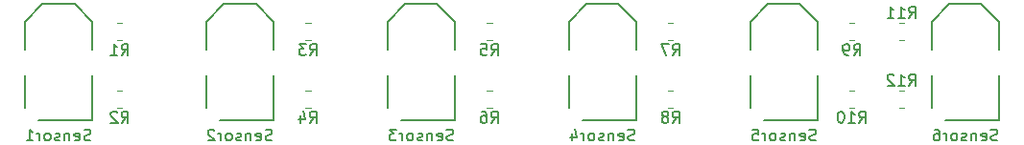
<source format=gbr>
%TF.GenerationSoftware,KiCad,Pcbnew,8.0.5*%
%TF.CreationDate,2024-10-06T17:03:47-03:00*%
%TF.ProjectId,modulo_sensor,6d6f6475-6c6f-45f7-9365-6e736f722e6b,rev?*%
%TF.SameCoordinates,Original*%
%TF.FileFunction,Legend,Bot*%
%TF.FilePolarity,Positive*%
%FSLAX46Y46*%
G04 Gerber Fmt 4.6, Leading zero omitted, Abs format (unit mm)*
G04 Created by KiCad (PCBNEW 8.0.5) date 2024-10-06 17:03:47*
%MOMM*%
%LPD*%
G01*
G04 APERTURE LIST*
%ADD10C,0.150000*%
%ADD11C,0.120000*%
%ADD12C,0.127000*%
G04 APERTURE END LIST*
D10*
X112776649Y-68104819D02*
X113109982Y-67628628D01*
X113348077Y-68104819D02*
X113348077Y-67104819D01*
X113348077Y-67104819D02*
X112967125Y-67104819D01*
X112967125Y-67104819D02*
X112871887Y-67152438D01*
X112871887Y-67152438D02*
X112824268Y-67200057D01*
X112824268Y-67200057D02*
X112776649Y-67295295D01*
X112776649Y-67295295D02*
X112776649Y-67438152D01*
X112776649Y-67438152D02*
X112824268Y-67533390D01*
X112824268Y-67533390D02*
X112871887Y-67581009D01*
X112871887Y-67581009D02*
X112967125Y-67628628D01*
X112967125Y-67628628D02*
X113348077Y-67628628D01*
X112205220Y-67533390D02*
X112300458Y-67485771D01*
X112300458Y-67485771D02*
X112348077Y-67438152D01*
X112348077Y-67438152D02*
X112395696Y-67342914D01*
X112395696Y-67342914D02*
X112395696Y-67295295D01*
X112395696Y-67295295D02*
X112348077Y-67200057D01*
X112348077Y-67200057D02*
X112300458Y-67152438D01*
X112300458Y-67152438D02*
X112205220Y-67104819D01*
X112205220Y-67104819D02*
X112014744Y-67104819D01*
X112014744Y-67104819D02*
X111919506Y-67152438D01*
X111919506Y-67152438D02*
X111871887Y-67200057D01*
X111871887Y-67200057D02*
X111824268Y-67295295D01*
X111824268Y-67295295D02*
X111824268Y-67342914D01*
X111824268Y-67342914D02*
X111871887Y-67438152D01*
X111871887Y-67438152D02*
X111919506Y-67485771D01*
X111919506Y-67485771D02*
X112014744Y-67533390D01*
X112014744Y-67533390D02*
X112205220Y-67533390D01*
X112205220Y-67533390D02*
X112300458Y-67581009D01*
X112300458Y-67581009D02*
X112348077Y-67628628D01*
X112348077Y-67628628D02*
X112395696Y-67723866D01*
X112395696Y-67723866D02*
X112395696Y-67914342D01*
X112395696Y-67914342D02*
X112348077Y-68009580D01*
X112348077Y-68009580D02*
X112300458Y-68057200D01*
X112300458Y-68057200D02*
X112205220Y-68104819D01*
X112205220Y-68104819D02*
X112014744Y-68104819D01*
X112014744Y-68104819D02*
X111919506Y-68057200D01*
X111919506Y-68057200D02*
X111871887Y-68009580D01*
X111871887Y-68009580D02*
X111824268Y-67914342D01*
X111824268Y-67914342D02*
X111824268Y-67723866D01*
X111824268Y-67723866D02*
X111871887Y-67628628D01*
X111871887Y-67628628D02*
X111919506Y-67581009D01*
X111919506Y-67581009D02*
X112014744Y-67533390D01*
X93431097Y-69648913D02*
X93287651Y-69696728D01*
X93287651Y-69696728D02*
X93048573Y-69696728D01*
X93048573Y-69696728D02*
X92952942Y-69648913D01*
X92952942Y-69648913D02*
X92905127Y-69601097D01*
X92905127Y-69601097D02*
X92857311Y-69505466D01*
X92857311Y-69505466D02*
X92857311Y-69409835D01*
X92857311Y-69409835D02*
X92905127Y-69314204D01*
X92905127Y-69314204D02*
X92952942Y-69266388D01*
X92952942Y-69266388D02*
X93048573Y-69218573D01*
X93048573Y-69218573D02*
X93239835Y-69170757D01*
X93239835Y-69170757D02*
X93335466Y-69122942D01*
X93335466Y-69122942D02*
X93383282Y-69075126D01*
X93383282Y-69075126D02*
X93431097Y-68979495D01*
X93431097Y-68979495D02*
X93431097Y-68883864D01*
X93431097Y-68883864D02*
X93383282Y-68788233D01*
X93383282Y-68788233D02*
X93335466Y-68740418D01*
X93335466Y-68740418D02*
X93239835Y-68692602D01*
X93239835Y-68692602D02*
X93000758Y-68692602D01*
X93000758Y-68692602D02*
X92857311Y-68740418D01*
X92044448Y-69648913D02*
X92140079Y-69696728D01*
X92140079Y-69696728D02*
X92331341Y-69696728D01*
X92331341Y-69696728D02*
X92426972Y-69648913D01*
X92426972Y-69648913D02*
X92474787Y-69553281D01*
X92474787Y-69553281D02*
X92474787Y-69170757D01*
X92474787Y-69170757D02*
X92426972Y-69075126D01*
X92426972Y-69075126D02*
X92331341Y-69027311D01*
X92331341Y-69027311D02*
X92140079Y-69027311D01*
X92140079Y-69027311D02*
X92044448Y-69075126D01*
X92044448Y-69075126D02*
X91996632Y-69170757D01*
X91996632Y-69170757D02*
X91996632Y-69266388D01*
X91996632Y-69266388D02*
X92474787Y-69362019D01*
X91566293Y-69027311D02*
X91566293Y-69696728D01*
X91566293Y-69122942D02*
X91518477Y-69075126D01*
X91518477Y-69075126D02*
X91422846Y-69027311D01*
X91422846Y-69027311D02*
X91279400Y-69027311D01*
X91279400Y-69027311D02*
X91183769Y-69075126D01*
X91183769Y-69075126D02*
X91135953Y-69170757D01*
X91135953Y-69170757D02*
X91135953Y-69696728D01*
X90705613Y-69648913D02*
X90609982Y-69696728D01*
X90609982Y-69696728D02*
X90418720Y-69696728D01*
X90418720Y-69696728D02*
X90323089Y-69648913D01*
X90323089Y-69648913D02*
X90275274Y-69553281D01*
X90275274Y-69553281D02*
X90275274Y-69505466D01*
X90275274Y-69505466D02*
X90323089Y-69409835D01*
X90323089Y-69409835D02*
X90418720Y-69362019D01*
X90418720Y-69362019D02*
X90562167Y-69362019D01*
X90562167Y-69362019D02*
X90657798Y-69314204D01*
X90657798Y-69314204D02*
X90705613Y-69218573D01*
X90705613Y-69218573D02*
X90705613Y-69170757D01*
X90705613Y-69170757D02*
X90657798Y-69075126D01*
X90657798Y-69075126D02*
X90562167Y-69027311D01*
X90562167Y-69027311D02*
X90418720Y-69027311D01*
X90418720Y-69027311D02*
X90323089Y-69075126D01*
X89701487Y-69696728D02*
X89797118Y-69648913D01*
X89797118Y-69648913D02*
X89844934Y-69601097D01*
X89844934Y-69601097D02*
X89892749Y-69505466D01*
X89892749Y-69505466D02*
X89892749Y-69218573D01*
X89892749Y-69218573D02*
X89844934Y-69122942D01*
X89844934Y-69122942D02*
X89797118Y-69075126D01*
X89797118Y-69075126D02*
X89701487Y-69027311D01*
X89701487Y-69027311D02*
X89558041Y-69027311D01*
X89558041Y-69027311D02*
X89462410Y-69075126D01*
X89462410Y-69075126D02*
X89414594Y-69122942D01*
X89414594Y-69122942D02*
X89366779Y-69218573D01*
X89366779Y-69218573D02*
X89366779Y-69505466D01*
X89366779Y-69505466D02*
X89414594Y-69601097D01*
X89414594Y-69601097D02*
X89462410Y-69648913D01*
X89462410Y-69648913D02*
X89558041Y-69696728D01*
X89558041Y-69696728D02*
X89701487Y-69696728D01*
X88936439Y-69696728D02*
X88936439Y-69027311D01*
X88936439Y-69218573D02*
X88888623Y-69122942D01*
X88888623Y-69122942D02*
X88840808Y-69075126D01*
X88840808Y-69075126D02*
X88745177Y-69027311D01*
X88745177Y-69027311D02*
X88649546Y-69027311D01*
X88410468Y-68692602D02*
X87788866Y-68692602D01*
X87788866Y-68692602D02*
X88123575Y-69075126D01*
X88123575Y-69075126D02*
X87980128Y-69075126D01*
X87980128Y-69075126D02*
X87884497Y-69122942D01*
X87884497Y-69122942D02*
X87836682Y-69170757D01*
X87836682Y-69170757D02*
X87788866Y-69266388D01*
X87788866Y-69266388D02*
X87788866Y-69505466D01*
X87788866Y-69505466D02*
X87836682Y-69601097D01*
X87836682Y-69601097D02*
X87884497Y-69648913D01*
X87884497Y-69648913D02*
X87980128Y-69696728D01*
X87980128Y-69696728D02*
X88267021Y-69696728D01*
X88267021Y-69696728D02*
X88362652Y-69648913D01*
X88362652Y-69648913D02*
X88410468Y-69601097D01*
X77431097Y-69648913D02*
X77287651Y-69696728D01*
X77287651Y-69696728D02*
X77048573Y-69696728D01*
X77048573Y-69696728D02*
X76952942Y-69648913D01*
X76952942Y-69648913D02*
X76905127Y-69601097D01*
X76905127Y-69601097D02*
X76857311Y-69505466D01*
X76857311Y-69505466D02*
X76857311Y-69409835D01*
X76857311Y-69409835D02*
X76905127Y-69314204D01*
X76905127Y-69314204D02*
X76952942Y-69266388D01*
X76952942Y-69266388D02*
X77048573Y-69218573D01*
X77048573Y-69218573D02*
X77239835Y-69170757D01*
X77239835Y-69170757D02*
X77335466Y-69122942D01*
X77335466Y-69122942D02*
X77383282Y-69075126D01*
X77383282Y-69075126D02*
X77431097Y-68979495D01*
X77431097Y-68979495D02*
X77431097Y-68883864D01*
X77431097Y-68883864D02*
X77383282Y-68788233D01*
X77383282Y-68788233D02*
X77335466Y-68740418D01*
X77335466Y-68740418D02*
X77239835Y-68692602D01*
X77239835Y-68692602D02*
X77000758Y-68692602D01*
X77000758Y-68692602D02*
X76857311Y-68740418D01*
X76044448Y-69648913D02*
X76140079Y-69696728D01*
X76140079Y-69696728D02*
X76331341Y-69696728D01*
X76331341Y-69696728D02*
X76426972Y-69648913D01*
X76426972Y-69648913D02*
X76474787Y-69553281D01*
X76474787Y-69553281D02*
X76474787Y-69170757D01*
X76474787Y-69170757D02*
X76426972Y-69075126D01*
X76426972Y-69075126D02*
X76331341Y-69027311D01*
X76331341Y-69027311D02*
X76140079Y-69027311D01*
X76140079Y-69027311D02*
X76044448Y-69075126D01*
X76044448Y-69075126D02*
X75996632Y-69170757D01*
X75996632Y-69170757D02*
X75996632Y-69266388D01*
X75996632Y-69266388D02*
X76474787Y-69362019D01*
X75566293Y-69027311D02*
X75566293Y-69696728D01*
X75566293Y-69122942D02*
X75518477Y-69075126D01*
X75518477Y-69075126D02*
X75422846Y-69027311D01*
X75422846Y-69027311D02*
X75279400Y-69027311D01*
X75279400Y-69027311D02*
X75183769Y-69075126D01*
X75183769Y-69075126D02*
X75135953Y-69170757D01*
X75135953Y-69170757D02*
X75135953Y-69696728D01*
X74705613Y-69648913D02*
X74609982Y-69696728D01*
X74609982Y-69696728D02*
X74418720Y-69696728D01*
X74418720Y-69696728D02*
X74323089Y-69648913D01*
X74323089Y-69648913D02*
X74275274Y-69553281D01*
X74275274Y-69553281D02*
X74275274Y-69505466D01*
X74275274Y-69505466D02*
X74323089Y-69409835D01*
X74323089Y-69409835D02*
X74418720Y-69362019D01*
X74418720Y-69362019D02*
X74562167Y-69362019D01*
X74562167Y-69362019D02*
X74657798Y-69314204D01*
X74657798Y-69314204D02*
X74705613Y-69218573D01*
X74705613Y-69218573D02*
X74705613Y-69170757D01*
X74705613Y-69170757D02*
X74657798Y-69075126D01*
X74657798Y-69075126D02*
X74562167Y-69027311D01*
X74562167Y-69027311D02*
X74418720Y-69027311D01*
X74418720Y-69027311D02*
X74323089Y-69075126D01*
X73701487Y-69696728D02*
X73797118Y-69648913D01*
X73797118Y-69648913D02*
X73844934Y-69601097D01*
X73844934Y-69601097D02*
X73892749Y-69505466D01*
X73892749Y-69505466D02*
X73892749Y-69218573D01*
X73892749Y-69218573D02*
X73844934Y-69122942D01*
X73844934Y-69122942D02*
X73797118Y-69075126D01*
X73797118Y-69075126D02*
X73701487Y-69027311D01*
X73701487Y-69027311D02*
X73558041Y-69027311D01*
X73558041Y-69027311D02*
X73462410Y-69075126D01*
X73462410Y-69075126D02*
X73414594Y-69122942D01*
X73414594Y-69122942D02*
X73366779Y-69218573D01*
X73366779Y-69218573D02*
X73366779Y-69505466D01*
X73366779Y-69505466D02*
X73414594Y-69601097D01*
X73414594Y-69601097D02*
X73462410Y-69648913D01*
X73462410Y-69648913D02*
X73558041Y-69696728D01*
X73558041Y-69696728D02*
X73701487Y-69696728D01*
X72936439Y-69696728D02*
X72936439Y-69027311D01*
X72936439Y-69218573D02*
X72888623Y-69122942D01*
X72888623Y-69122942D02*
X72840808Y-69075126D01*
X72840808Y-69075126D02*
X72745177Y-69027311D01*
X72745177Y-69027311D02*
X72649546Y-69027311D01*
X72362652Y-68788233D02*
X72314837Y-68740418D01*
X72314837Y-68740418D02*
X72219206Y-68692602D01*
X72219206Y-68692602D02*
X71980128Y-68692602D01*
X71980128Y-68692602D02*
X71884497Y-68740418D01*
X71884497Y-68740418D02*
X71836682Y-68788233D01*
X71836682Y-68788233D02*
X71788866Y-68883864D01*
X71788866Y-68883864D02*
X71788866Y-68979495D01*
X71788866Y-68979495D02*
X71836682Y-69122942D01*
X71836682Y-69122942D02*
X72410468Y-69696728D01*
X72410468Y-69696728D02*
X71788866Y-69696728D01*
X112776649Y-62104819D02*
X113109982Y-61628628D01*
X113348077Y-62104819D02*
X113348077Y-61104819D01*
X113348077Y-61104819D02*
X112967125Y-61104819D01*
X112967125Y-61104819D02*
X112871887Y-61152438D01*
X112871887Y-61152438D02*
X112824268Y-61200057D01*
X112824268Y-61200057D02*
X112776649Y-61295295D01*
X112776649Y-61295295D02*
X112776649Y-61438152D01*
X112776649Y-61438152D02*
X112824268Y-61533390D01*
X112824268Y-61533390D02*
X112871887Y-61581009D01*
X112871887Y-61581009D02*
X112967125Y-61628628D01*
X112967125Y-61628628D02*
X113348077Y-61628628D01*
X112443315Y-61104819D02*
X111776649Y-61104819D01*
X111776649Y-61104819D02*
X112205220Y-62104819D01*
X141431097Y-69648913D02*
X141287651Y-69696728D01*
X141287651Y-69696728D02*
X141048573Y-69696728D01*
X141048573Y-69696728D02*
X140952942Y-69648913D01*
X140952942Y-69648913D02*
X140905127Y-69601097D01*
X140905127Y-69601097D02*
X140857311Y-69505466D01*
X140857311Y-69505466D02*
X140857311Y-69409835D01*
X140857311Y-69409835D02*
X140905127Y-69314204D01*
X140905127Y-69314204D02*
X140952942Y-69266388D01*
X140952942Y-69266388D02*
X141048573Y-69218573D01*
X141048573Y-69218573D02*
X141239835Y-69170757D01*
X141239835Y-69170757D02*
X141335466Y-69122942D01*
X141335466Y-69122942D02*
X141383282Y-69075126D01*
X141383282Y-69075126D02*
X141431097Y-68979495D01*
X141431097Y-68979495D02*
X141431097Y-68883864D01*
X141431097Y-68883864D02*
X141383282Y-68788233D01*
X141383282Y-68788233D02*
X141335466Y-68740418D01*
X141335466Y-68740418D02*
X141239835Y-68692602D01*
X141239835Y-68692602D02*
X141000758Y-68692602D01*
X141000758Y-68692602D02*
X140857311Y-68740418D01*
X140044448Y-69648913D02*
X140140079Y-69696728D01*
X140140079Y-69696728D02*
X140331341Y-69696728D01*
X140331341Y-69696728D02*
X140426972Y-69648913D01*
X140426972Y-69648913D02*
X140474787Y-69553281D01*
X140474787Y-69553281D02*
X140474787Y-69170757D01*
X140474787Y-69170757D02*
X140426972Y-69075126D01*
X140426972Y-69075126D02*
X140331341Y-69027311D01*
X140331341Y-69027311D02*
X140140079Y-69027311D01*
X140140079Y-69027311D02*
X140044448Y-69075126D01*
X140044448Y-69075126D02*
X139996632Y-69170757D01*
X139996632Y-69170757D02*
X139996632Y-69266388D01*
X139996632Y-69266388D02*
X140474787Y-69362019D01*
X139566293Y-69027311D02*
X139566293Y-69696728D01*
X139566293Y-69122942D02*
X139518477Y-69075126D01*
X139518477Y-69075126D02*
X139422846Y-69027311D01*
X139422846Y-69027311D02*
X139279400Y-69027311D01*
X139279400Y-69027311D02*
X139183769Y-69075126D01*
X139183769Y-69075126D02*
X139135953Y-69170757D01*
X139135953Y-69170757D02*
X139135953Y-69696728D01*
X138705613Y-69648913D02*
X138609982Y-69696728D01*
X138609982Y-69696728D02*
X138418720Y-69696728D01*
X138418720Y-69696728D02*
X138323089Y-69648913D01*
X138323089Y-69648913D02*
X138275274Y-69553281D01*
X138275274Y-69553281D02*
X138275274Y-69505466D01*
X138275274Y-69505466D02*
X138323089Y-69409835D01*
X138323089Y-69409835D02*
X138418720Y-69362019D01*
X138418720Y-69362019D02*
X138562167Y-69362019D01*
X138562167Y-69362019D02*
X138657798Y-69314204D01*
X138657798Y-69314204D02*
X138705613Y-69218573D01*
X138705613Y-69218573D02*
X138705613Y-69170757D01*
X138705613Y-69170757D02*
X138657798Y-69075126D01*
X138657798Y-69075126D02*
X138562167Y-69027311D01*
X138562167Y-69027311D02*
X138418720Y-69027311D01*
X138418720Y-69027311D02*
X138323089Y-69075126D01*
X137701487Y-69696728D02*
X137797118Y-69648913D01*
X137797118Y-69648913D02*
X137844934Y-69601097D01*
X137844934Y-69601097D02*
X137892749Y-69505466D01*
X137892749Y-69505466D02*
X137892749Y-69218573D01*
X137892749Y-69218573D02*
X137844934Y-69122942D01*
X137844934Y-69122942D02*
X137797118Y-69075126D01*
X137797118Y-69075126D02*
X137701487Y-69027311D01*
X137701487Y-69027311D02*
X137558041Y-69027311D01*
X137558041Y-69027311D02*
X137462410Y-69075126D01*
X137462410Y-69075126D02*
X137414594Y-69122942D01*
X137414594Y-69122942D02*
X137366779Y-69218573D01*
X137366779Y-69218573D02*
X137366779Y-69505466D01*
X137366779Y-69505466D02*
X137414594Y-69601097D01*
X137414594Y-69601097D02*
X137462410Y-69648913D01*
X137462410Y-69648913D02*
X137558041Y-69696728D01*
X137558041Y-69696728D02*
X137701487Y-69696728D01*
X136936439Y-69696728D02*
X136936439Y-69027311D01*
X136936439Y-69218573D02*
X136888623Y-69122942D01*
X136888623Y-69122942D02*
X136840808Y-69075126D01*
X136840808Y-69075126D02*
X136745177Y-69027311D01*
X136745177Y-69027311D02*
X136649546Y-69027311D01*
X135884497Y-68692602D02*
X136075759Y-68692602D01*
X136075759Y-68692602D02*
X136171390Y-68740418D01*
X136171390Y-68740418D02*
X136219206Y-68788233D01*
X136219206Y-68788233D02*
X136314837Y-68931680D01*
X136314837Y-68931680D02*
X136362652Y-69122942D01*
X136362652Y-69122942D02*
X136362652Y-69505466D01*
X136362652Y-69505466D02*
X136314837Y-69601097D01*
X136314837Y-69601097D02*
X136267021Y-69648913D01*
X136267021Y-69648913D02*
X136171390Y-69696728D01*
X136171390Y-69696728D02*
X135980128Y-69696728D01*
X135980128Y-69696728D02*
X135884497Y-69648913D01*
X135884497Y-69648913D02*
X135836682Y-69601097D01*
X135836682Y-69601097D02*
X135788866Y-69505466D01*
X135788866Y-69505466D02*
X135788866Y-69266388D01*
X135788866Y-69266388D02*
X135836682Y-69170757D01*
X135836682Y-69170757D02*
X135884497Y-69122942D01*
X135884497Y-69122942D02*
X135980128Y-69075126D01*
X135980128Y-69075126D02*
X136171390Y-69075126D01*
X136171390Y-69075126D02*
X136267021Y-69122942D01*
X136267021Y-69122942D02*
X136314837Y-69170757D01*
X136314837Y-69170757D02*
X136362652Y-69266388D01*
X96776649Y-68104819D02*
X97109982Y-67628628D01*
X97348077Y-68104819D02*
X97348077Y-67104819D01*
X97348077Y-67104819D02*
X96967125Y-67104819D01*
X96967125Y-67104819D02*
X96871887Y-67152438D01*
X96871887Y-67152438D02*
X96824268Y-67200057D01*
X96824268Y-67200057D02*
X96776649Y-67295295D01*
X96776649Y-67295295D02*
X96776649Y-67438152D01*
X96776649Y-67438152D02*
X96824268Y-67533390D01*
X96824268Y-67533390D02*
X96871887Y-67581009D01*
X96871887Y-67581009D02*
X96967125Y-67628628D01*
X96967125Y-67628628D02*
X97348077Y-67628628D01*
X95919506Y-67104819D02*
X96109982Y-67104819D01*
X96109982Y-67104819D02*
X96205220Y-67152438D01*
X96205220Y-67152438D02*
X96252839Y-67200057D01*
X96252839Y-67200057D02*
X96348077Y-67342914D01*
X96348077Y-67342914D02*
X96395696Y-67533390D01*
X96395696Y-67533390D02*
X96395696Y-67914342D01*
X96395696Y-67914342D02*
X96348077Y-68009580D01*
X96348077Y-68009580D02*
X96300458Y-68057200D01*
X96300458Y-68057200D02*
X96205220Y-68104819D01*
X96205220Y-68104819D02*
X96014744Y-68104819D01*
X96014744Y-68104819D02*
X95919506Y-68057200D01*
X95919506Y-68057200D02*
X95871887Y-68009580D01*
X95871887Y-68009580D02*
X95824268Y-67914342D01*
X95824268Y-67914342D02*
X95824268Y-67676247D01*
X95824268Y-67676247D02*
X95871887Y-67581009D01*
X95871887Y-67581009D02*
X95919506Y-67533390D01*
X95919506Y-67533390D02*
X96014744Y-67485771D01*
X96014744Y-67485771D02*
X96205220Y-67485771D01*
X96205220Y-67485771D02*
X96300458Y-67533390D01*
X96300458Y-67533390D02*
X96348077Y-67581009D01*
X96348077Y-67581009D02*
X96395696Y-67676247D01*
X80776649Y-62104819D02*
X81109982Y-61628628D01*
X81348077Y-62104819D02*
X81348077Y-61104819D01*
X81348077Y-61104819D02*
X80967125Y-61104819D01*
X80967125Y-61104819D02*
X80871887Y-61152438D01*
X80871887Y-61152438D02*
X80824268Y-61200057D01*
X80824268Y-61200057D02*
X80776649Y-61295295D01*
X80776649Y-61295295D02*
X80776649Y-61438152D01*
X80776649Y-61438152D02*
X80824268Y-61533390D01*
X80824268Y-61533390D02*
X80871887Y-61581009D01*
X80871887Y-61581009D02*
X80967125Y-61628628D01*
X80967125Y-61628628D02*
X81348077Y-61628628D01*
X80443315Y-61104819D02*
X79824268Y-61104819D01*
X79824268Y-61104819D02*
X80157601Y-61485771D01*
X80157601Y-61485771D02*
X80014744Y-61485771D01*
X80014744Y-61485771D02*
X79919506Y-61533390D01*
X79919506Y-61533390D02*
X79871887Y-61581009D01*
X79871887Y-61581009D02*
X79824268Y-61676247D01*
X79824268Y-61676247D02*
X79824268Y-61914342D01*
X79824268Y-61914342D02*
X79871887Y-62009580D01*
X79871887Y-62009580D02*
X79919506Y-62057200D01*
X79919506Y-62057200D02*
X80014744Y-62104819D01*
X80014744Y-62104819D02*
X80300458Y-62104819D01*
X80300458Y-62104819D02*
X80395696Y-62057200D01*
X80395696Y-62057200D02*
X80443315Y-62009580D01*
X129252840Y-68104819D02*
X129586173Y-67628628D01*
X129824268Y-68104819D02*
X129824268Y-67104819D01*
X129824268Y-67104819D02*
X129443316Y-67104819D01*
X129443316Y-67104819D02*
X129348078Y-67152438D01*
X129348078Y-67152438D02*
X129300459Y-67200057D01*
X129300459Y-67200057D02*
X129252840Y-67295295D01*
X129252840Y-67295295D02*
X129252840Y-67438152D01*
X129252840Y-67438152D02*
X129300459Y-67533390D01*
X129300459Y-67533390D02*
X129348078Y-67581009D01*
X129348078Y-67581009D02*
X129443316Y-67628628D01*
X129443316Y-67628628D02*
X129824268Y-67628628D01*
X128300459Y-68104819D02*
X128871887Y-68104819D01*
X128586173Y-68104819D02*
X128586173Y-67104819D01*
X128586173Y-67104819D02*
X128681411Y-67247676D01*
X128681411Y-67247676D02*
X128776649Y-67342914D01*
X128776649Y-67342914D02*
X128871887Y-67390533D01*
X127681411Y-67104819D02*
X127586173Y-67104819D01*
X127586173Y-67104819D02*
X127490935Y-67152438D01*
X127490935Y-67152438D02*
X127443316Y-67200057D01*
X127443316Y-67200057D02*
X127395697Y-67295295D01*
X127395697Y-67295295D02*
X127348078Y-67485771D01*
X127348078Y-67485771D02*
X127348078Y-67723866D01*
X127348078Y-67723866D02*
X127395697Y-67914342D01*
X127395697Y-67914342D02*
X127443316Y-68009580D01*
X127443316Y-68009580D02*
X127490935Y-68057200D01*
X127490935Y-68057200D02*
X127586173Y-68104819D01*
X127586173Y-68104819D02*
X127681411Y-68104819D01*
X127681411Y-68104819D02*
X127776649Y-68057200D01*
X127776649Y-68057200D02*
X127824268Y-68009580D01*
X127824268Y-68009580D02*
X127871887Y-67914342D01*
X127871887Y-67914342D02*
X127919506Y-67723866D01*
X127919506Y-67723866D02*
X127919506Y-67485771D01*
X127919506Y-67485771D02*
X127871887Y-67295295D01*
X127871887Y-67295295D02*
X127824268Y-67200057D01*
X127824268Y-67200057D02*
X127776649Y-67152438D01*
X127776649Y-67152438D02*
X127681411Y-67104819D01*
X64166666Y-68104819D02*
X64499999Y-67628628D01*
X64738094Y-68104819D02*
X64738094Y-67104819D01*
X64738094Y-67104819D02*
X64357142Y-67104819D01*
X64357142Y-67104819D02*
X64261904Y-67152438D01*
X64261904Y-67152438D02*
X64214285Y-67200057D01*
X64214285Y-67200057D02*
X64166666Y-67295295D01*
X64166666Y-67295295D02*
X64166666Y-67438152D01*
X64166666Y-67438152D02*
X64214285Y-67533390D01*
X64214285Y-67533390D02*
X64261904Y-67581009D01*
X64261904Y-67581009D02*
X64357142Y-67628628D01*
X64357142Y-67628628D02*
X64738094Y-67628628D01*
X63785713Y-67200057D02*
X63738094Y-67152438D01*
X63738094Y-67152438D02*
X63642856Y-67104819D01*
X63642856Y-67104819D02*
X63404761Y-67104819D01*
X63404761Y-67104819D02*
X63309523Y-67152438D01*
X63309523Y-67152438D02*
X63261904Y-67200057D01*
X63261904Y-67200057D02*
X63214285Y-67295295D01*
X63214285Y-67295295D02*
X63214285Y-67390533D01*
X63214285Y-67390533D02*
X63261904Y-67533390D01*
X63261904Y-67533390D02*
X63833332Y-68104819D01*
X63833332Y-68104819D02*
X63214285Y-68104819D01*
X96776649Y-62104819D02*
X97109982Y-61628628D01*
X97348077Y-62104819D02*
X97348077Y-61104819D01*
X97348077Y-61104819D02*
X96967125Y-61104819D01*
X96967125Y-61104819D02*
X96871887Y-61152438D01*
X96871887Y-61152438D02*
X96824268Y-61200057D01*
X96824268Y-61200057D02*
X96776649Y-61295295D01*
X96776649Y-61295295D02*
X96776649Y-61438152D01*
X96776649Y-61438152D02*
X96824268Y-61533390D01*
X96824268Y-61533390D02*
X96871887Y-61581009D01*
X96871887Y-61581009D02*
X96967125Y-61628628D01*
X96967125Y-61628628D02*
X97348077Y-61628628D01*
X95871887Y-61104819D02*
X96348077Y-61104819D01*
X96348077Y-61104819D02*
X96395696Y-61581009D01*
X96395696Y-61581009D02*
X96348077Y-61533390D01*
X96348077Y-61533390D02*
X96252839Y-61485771D01*
X96252839Y-61485771D02*
X96014744Y-61485771D01*
X96014744Y-61485771D02*
X95919506Y-61533390D01*
X95919506Y-61533390D02*
X95871887Y-61581009D01*
X95871887Y-61581009D02*
X95824268Y-61676247D01*
X95824268Y-61676247D02*
X95824268Y-61914342D01*
X95824268Y-61914342D02*
X95871887Y-62009580D01*
X95871887Y-62009580D02*
X95919506Y-62057200D01*
X95919506Y-62057200D02*
X96014744Y-62104819D01*
X96014744Y-62104819D02*
X96252839Y-62104819D01*
X96252839Y-62104819D02*
X96348077Y-62057200D01*
X96348077Y-62057200D02*
X96395696Y-62009580D01*
X125431097Y-69648913D02*
X125287651Y-69696728D01*
X125287651Y-69696728D02*
X125048573Y-69696728D01*
X125048573Y-69696728D02*
X124952942Y-69648913D01*
X124952942Y-69648913D02*
X124905127Y-69601097D01*
X124905127Y-69601097D02*
X124857311Y-69505466D01*
X124857311Y-69505466D02*
X124857311Y-69409835D01*
X124857311Y-69409835D02*
X124905127Y-69314204D01*
X124905127Y-69314204D02*
X124952942Y-69266388D01*
X124952942Y-69266388D02*
X125048573Y-69218573D01*
X125048573Y-69218573D02*
X125239835Y-69170757D01*
X125239835Y-69170757D02*
X125335466Y-69122942D01*
X125335466Y-69122942D02*
X125383282Y-69075126D01*
X125383282Y-69075126D02*
X125431097Y-68979495D01*
X125431097Y-68979495D02*
X125431097Y-68883864D01*
X125431097Y-68883864D02*
X125383282Y-68788233D01*
X125383282Y-68788233D02*
X125335466Y-68740418D01*
X125335466Y-68740418D02*
X125239835Y-68692602D01*
X125239835Y-68692602D02*
X125000758Y-68692602D01*
X125000758Y-68692602D02*
X124857311Y-68740418D01*
X124044448Y-69648913D02*
X124140079Y-69696728D01*
X124140079Y-69696728D02*
X124331341Y-69696728D01*
X124331341Y-69696728D02*
X124426972Y-69648913D01*
X124426972Y-69648913D02*
X124474787Y-69553281D01*
X124474787Y-69553281D02*
X124474787Y-69170757D01*
X124474787Y-69170757D02*
X124426972Y-69075126D01*
X124426972Y-69075126D02*
X124331341Y-69027311D01*
X124331341Y-69027311D02*
X124140079Y-69027311D01*
X124140079Y-69027311D02*
X124044448Y-69075126D01*
X124044448Y-69075126D02*
X123996632Y-69170757D01*
X123996632Y-69170757D02*
X123996632Y-69266388D01*
X123996632Y-69266388D02*
X124474787Y-69362019D01*
X123566293Y-69027311D02*
X123566293Y-69696728D01*
X123566293Y-69122942D02*
X123518477Y-69075126D01*
X123518477Y-69075126D02*
X123422846Y-69027311D01*
X123422846Y-69027311D02*
X123279400Y-69027311D01*
X123279400Y-69027311D02*
X123183769Y-69075126D01*
X123183769Y-69075126D02*
X123135953Y-69170757D01*
X123135953Y-69170757D02*
X123135953Y-69696728D01*
X122705613Y-69648913D02*
X122609982Y-69696728D01*
X122609982Y-69696728D02*
X122418720Y-69696728D01*
X122418720Y-69696728D02*
X122323089Y-69648913D01*
X122323089Y-69648913D02*
X122275274Y-69553281D01*
X122275274Y-69553281D02*
X122275274Y-69505466D01*
X122275274Y-69505466D02*
X122323089Y-69409835D01*
X122323089Y-69409835D02*
X122418720Y-69362019D01*
X122418720Y-69362019D02*
X122562167Y-69362019D01*
X122562167Y-69362019D02*
X122657798Y-69314204D01*
X122657798Y-69314204D02*
X122705613Y-69218573D01*
X122705613Y-69218573D02*
X122705613Y-69170757D01*
X122705613Y-69170757D02*
X122657798Y-69075126D01*
X122657798Y-69075126D02*
X122562167Y-69027311D01*
X122562167Y-69027311D02*
X122418720Y-69027311D01*
X122418720Y-69027311D02*
X122323089Y-69075126D01*
X121701487Y-69696728D02*
X121797118Y-69648913D01*
X121797118Y-69648913D02*
X121844934Y-69601097D01*
X121844934Y-69601097D02*
X121892749Y-69505466D01*
X121892749Y-69505466D02*
X121892749Y-69218573D01*
X121892749Y-69218573D02*
X121844934Y-69122942D01*
X121844934Y-69122942D02*
X121797118Y-69075126D01*
X121797118Y-69075126D02*
X121701487Y-69027311D01*
X121701487Y-69027311D02*
X121558041Y-69027311D01*
X121558041Y-69027311D02*
X121462410Y-69075126D01*
X121462410Y-69075126D02*
X121414594Y-69122942D01*
X121414594Y-69122942D02*
X121366779Y-69218573D01*
X121366779Y-69218573D02*
X121366779Y-69505466D01*
X121366779Y-69505466D02*
X121414594Y-69601097D01*
X121414594Y-69601097D02*
X121462410Y-69648913D01*
X121462410Y-69648913D02*
X121558041Y-69696728D01*
X121558041Y-69696728D02*
X121701487Y-69696728D01*
X120936439Y-69696728D02*
X120936439Y-69027311D01*
X120936439Y-69218573D02*
X120888623Y-69122942D01*
X120888623Y-69122942D02*
X120840808Y-69075126D01*
X120840808Y-69075126D02*
X120745177Y-69027311D01*
X120745177Y-69027311D02*
X120649546Y-69027311D01*
X119836682Y-68692602D02*
X120314837Y-68692602D01*
X120314837Y-68692602D02*
X120362652Y-69170757D01*
X120362652Y-69170757D02*
X120314837Y-69122942D01*
X120314837Y-69122942D02*
X120219206Y-69075126D01*
X120219206Y-69075126D02*
X119980128Y-69075126D01*
X119980128Y-69075126D02*
X119884497Y-69122942D01*
X119884497Y-69122942D02*
X119836682Y-69170757D01*
X119836682Y-69170757D02*
X119788866Y-69266388D01*
X119788866Y-69266388D02*
X119788866Y-69505466D01*
X119788866Y-69505466D02*
X119836682Y-69601097D01*
X119836682Y-69601097D02*
X119884497Y-69648913D01*
X119884497Y-69648913D02*
X119980128Y-69696728D01*
X119980128Y-69696728D02*
X120219206Y-69696728D01*
X120219206Y-69696728D02*
X120314837Y-69648913D01*
X120314837Y-69648913D02*
X120362652Y-69601097D01*
X80776649Y-68104819D02*
X81109982Y-67628628D01*
X81348077Y-68104819D02*
X81348077Y-67104819D01*
X81348077Y-67104819D02*
X80967125Y-67104819D01*
X80967125Y-67104819D02*
X80871887Y-67152438D01*
X80871887Y-67152438D02*
X80824268Y-67200057D01*
X80824268Y-67200057D02*
X80776649Y-67295295D01*
X80776649Y-67295295D02*
X80776649Y-67438152D01*
X80776649Y-67438152D02*
X80824268Y-67533390D01*
X80824268Y-67533390D02*
X80871887Y-67581009D01*
X80871887Y-67581009D02*
X80967125Y-67628628D01*
X80967125Y-67628628D02*
X81348077Y-67628628D01*
X79919506Y-67438152D02*
X79919506Y-68104819D01*
X80157601Y-67057200D02*
X80395696Y-67771485D01*
X80395696Y-67771485D02*
X79776649Y-67771485D01*
X64166666Y-62104819D02*
X64499999Y-61628628D01*
X64738094Y-62104819D02*
X64738094Y-61104819D01*
X64738094Y-61104819D02*
X64357142Y-61104819D01*
X64357142Y-61104819D02*
X64261904Y-61152438D01*
X64261904Y-61152438D02*
X64214285Y-61200057D01*
X64214285Y-61200057D02*
X64166666Y-61295295D01*
X64166666Y-61295295D02*
X64166666Y-61438152D01*
X64166666Y-61438152D02*
X64214285Y-61533390D01*
X64214285Y-61533390D02*
X64261904Y-61581009D01*
X64261904Y-61581009D02*
X64357142Y-61628628D01*
X64357142Y-61628628D02*
X64738094Y-61628628D01*
X63214285Y-62104819D02*
X63785713Y-62104819D01*
X63499999Y-62104819D02*
X63499999Y-61104819D01*
X63499999Y-61104819D02*
X63595237Y-61247676D01*
X63595237Y-61247676D02*
X63690475Y-61342914D01*
X63690475Y-61342914D02*
X63785713Y-61390533D01*
X128776649Y-62104819D02*
X129109982Y-61628628D01*
X129348077Y-62104819D02*
X129348077Y-61104819D01*
X129348077Y-61104819D02*
X128967125Y-61104819D01*
X128967125Y-61104819D02*
X128871887Y-61152438D01*
X128871887Y-61152438D02*
X128824268Y-61200057D01*
X128824268Y-61200057D02*
X128776649Y-61295295D01*
X128776649Y-61295295D02*
X128776649Y-61438152D01*
X128776649Y-61438152D02*
X128824268Y-61533390D01*
X128824268Y-61533390D02*
X128871887Y-61581009D01*
X128871887Y-61581009D02*
X128967125Y-61628628D01*
X128967125Y-61628628D02*
X129348077Y-61628628D01*
X128300458Y-62104819D02*
X128109982Y-62104819D01*
X128109982Y-62104819D02*
X128014744Y-62057200D01*
X128014744Y-62057200D02*
X127967125Y-62009580D01*
X127967125Y-62009580D02*
X127871887Y-61866723D01*
X127871887Y-61866723D02*
X127824268Y-61676247D01*
X127824268Y-61676247D02*
X127824268Y-61295295D01*
X127824268Y-61295295D02*
X127871887Y-61200057D01*
X127871887Y-61200057D02*
X127919506Y-61152438D01*
X127919506Y-61152438D02*
X128014744Y-61104819D01*
X128014744Y-61104819D02*
X128205220Y-61104819D01*
X128205220Y-61104819D02*
X128300458Y-61152438D01*
X128300458Y-61152438D02*
X128348077Y-61200057D01*
X128348077Y-61200057D02*
X128395696Y-61295295D01*
X128395696Y-61295295D02*
X128395696Y-61533390D01*
X128395696Y-61533390D02*
X128348077Y-61628628D01*
X128348077Y-61628628D02*
X128300458Y-61676247D01*
X128300458Y-61676247D02*
X128205220Y-61723866D01*
X128205220Y-61723866D02*
X128014744Y-61723866D01*
X128014744Y-61723866D02*
X127919506Y-61676247D01*
X127919506Y-61676247D02*
X127871887Y-61628628D01*
X127871887Y-61628628D02*
X127824268Y-61533390D01*
X61431097Y-69648913D02*
X61287651Y-69696728D01*
X61287651Y-69696728D02*
X61048573Y-69696728D01*
X61048573Y-69696728D02*
X60952942Y-69648913D01*
X60952942Y-69648913D02*
X60905127Y-69601097D01*
X60905127Y-69601097D02*
X60857311Y-69505466D01*
X60857311Y-69505466D02*
X60857311Y-69409835D01*
X60857311Y-69409835D02*
X60905127Y-69314204D01*
X60905127Y-69314204D02*
X60952942Y-69266388D01*
X60952942Y-69266388D02*
X61048573Y-69218573D01*
X61048573Y-69218573D02*
X61239835Y-69170757D01*
X61239835Y-69170757D02*
X61335466Y-69122942D01*
X61335466Y-69122942D02*
X61383282Y-69075126D01*
X61383282Y-69075126D02*
X61431097Y-68979495D01*
X61431097Y-68979495D02*
X61431097Y-68883864D01*
X61431097Y-68883864D02*
X61383282Y-68788233D01*
X61383282Y-68788233D02*
X61335466Y-68740418D01*
X61335466Y-68740418D02*
X61239835Y-68692602D01*
X61239835Y-68692602D02*
X61000758Y-68692602D01*
X61000758Y-68692602D02*
X60857311Y-68740418D01*
X60044448Y-69648913D02*
X60140079Y-69696728D01*
X60140079Y-69696728D02*
X60331341Y-69696728D01*
X60331341Y-69696728D02*
X60426972Y-69648913D01*
X60426972Y-69648913D02*
X60474787Y-69553281D01*
X60474787Y-69553281D02*
X60474787Y-69170757D01*
X60474787Y-69170757D02*
X60426972Y-69075126D01*
X60426972Y-69075126D02*
X60331341Y-69027311D01*
X60331341Y-69027311D02*
X60140079Y-69027311D01*
X60140079Y-69027311D02*
X60044448Y-69075126D01*
X60044448Y-69075126D02*
X59996632Y-69170757D01*
X59996632Y-69170757D02*
X59996632Y-69266388D01*
X59996632Y-69266388D02*
X60474787Y-69362019D01*
X59566293Y-69027311D02*
X59566293Y-69696728D01*
X59566293Y-69122942D02*
X59518477Y-69075126D01*
X59518477Y-69075126D02*
X59422846Y-69027311D01*
X59422846Y-69027311D02*
X59279400Y-69027311D01*
X59279400Y-69027311D02*
X59183769Y-69075126D01*
X59183769Y-69075126D02*
X59135953Y-69170757D01*
X59135953Y-69170757D02*
X59135953Y-69696728D01*
X58705613Y-69648913D02*
X58609982Y-69696728D01*
X58609982Y-69696728D02*
X58418720Y-69696728D01*
X58418720Y-69696728D02*
X58323089Y-69648913D01*
X58323089Y-69648913D02*
X58275274Y-69553281D01*
X58275274Y-69553281D02*
X58275274Y-69505466D01*
X58275274Y-69505466D02*
X58323089Y-69409835D01*
X58323089Y-69409835D02*
X58418720Y-69362019D01*
X58418720Y-69362019D02*
X58562167Y-69362019D01*
X58562167Y-69362019D02*
X58657798Y-69314204D01*
X58657798Y-69314204D02*
X58705613Y-69218573D01*
X58705613Y-69218573D02*
X58705613Y-69170757D01*
X58705613Y-69170757D02*
X58657798Y-69075126D01*
X58657798Y-69075126D02*
X58562167Y-69027311D01*
X58562167Y-69027311D02*
X58418720Y-69027311D01*
X58418720Y-69027311D02*
X58323089Y-69075126D01*
X57701487Y-69696728D02*
X57797118Y-69648913D01*
X57797118Y-69648913D02*
X57844934Y-69601097D01*
X57844934Y-69601097D02*
X57892749Y-69505466D01*
X57892749Y-69505466D02*
X57892749Y-69218573D01*
X57892749Y-69218573D02*
X57844934Y-69122942D01*
X57844934Y-69122942D02*
X57797118Y-69075126D01*
X57797118Y-69075126D02*
X57701487Y-69027311D01*
X57701487Y-69027311D02*
X57558041Y-69027311D01*
X57558041Y-69027311D02*
X57462410Y-69075126D01*
X57462410Y-69075126D02*
X57414594Y-69122942D01*
X57414594Y-69122942D02*
X57366779Y-69218573D01*
X57366779Y-69218573D02*
X57366779Y-69505466D01*
X57366779Y-69505466D02*
X57414594Y-69601097D01*
X57414594Y-69601097D02*
X57462410Y-69648913D01*
X57462410Y-69648913D02*
X57558041Y-69696728D01*
X57558041Y-69696728D02*
X57701487Y-69696728D01*
X56936439Y-69696728D02*
X56936439Y-69027311D01*
X56936439Y-69218573D02*
X56888623Y-69122942D01*
X56888623Y-69122942D02*
X56840808Y-69075126D01*
X56840808Y-69075126D02*
X56745177Y-69027311D01*
X56745177Y-69027311D02*
X56649546Y-69027311D01*
X55788866Y-69696728D02*
X56362652Y-69696728D01*
X56075759Y-69696728D02*
X56075759Y-68692602D01*
X56075759Y-68692602D02*
X56171390Y-68836049D01*
X56171390Y-68836049D02*
X56267021Y-68931680D01*
X56267021Y-68931680D02*
X56362652Y-68979495D01*
X133642857Y-64804819D02*
X133976190Y-64328628D01*
X134214285Y-64804819D02*
X134214285Y-63804819D01*
X134214285Y-63804819D02*
X133833333Y-63804819D01*
X133833333Y-63804819D02*
X133738095Y-63852438D01*
X133738095Y-63852438D02*
X133690476Y-63900057D01*
X133690476Y-63900057D02*
X133642857Y-63995295D01*
X133642857Y-63995295D02*
X133642857Y-64138152D01*
X133642857Y-64138152D02*
X133690476Y-64233390D01*
X133690476Y-64233390D02*
X133738095Y-64281009D01*
X133738095Y-64281009D02*
X133833333Y-64328628D01*
X133833333Y-64328628D02*
X134214285Y-64328628D01*
X132690476Y-64804819D02*
X133261904Y-64804819D01*
X132976190Y-64804819D02*
X132976190Y-63804819D01*
X132976190Y-63804819D02*
X133071428Y-63947676D01*
X133071428Y-63947676D02*
X133166666Y-64042914D01*
X133166666Y-64042914D02*
X133261904Y-64090533D01*
X132309523Y-63900057D02*
X132261904Y-63852438D01*
X132261904Y-63852438D02*
X132166666Y-63804819D01*
X132166666Y-63804819D02*
X131928571Y-63804819D01*
X131928571Y-63804819D02*
X131833333Y-63852438D01*
X131833333Y-63852438D02*
X131785714Y-63900057D01*
X131785714Y-63900057D02*
X131738095Y-63995295D01*
X131738095Y-63995295D02*
X131738095Y-64090533D01*
X131738095Y-64090533D02*
X131785714Y-64233390D01*
X131785714Y-64233390D02*
X132357142Y-64804819D01*
X132357142Y-64804819D02*
X131738095Y-64804819D01*
X133642857Y-58804819D02*
X133976190Y-58328628D01*
X134214285Y-58804819D02*
X134214285Y-57804819D01*
X134214285Y-57804819D02*
X133833333Y-57804819D01*
X133833333Y-57804819D02*
X133738095Y-57852438D01*
X133738095Y-57852438D02*
X133690476Y-57900057D01*
X133690476Y-57900057D02*
X133642857Y-57995295D01*
X133642857Y-57995295D02*
X133642857Y-58138152D01*
X133642857Y-58138152D02*
X133690476Y-58233390D01*
X133690476Y-58233390D02*
X133738095Y-58281009D01*
X133738095Y-58281009D02*
X133833333Y-58328628D01*
X133833333Y-58328628D02*
X134214285Y-58328628D01*
X132690476Y-58804819D02*
X133261904Y-58804819D01*
X132976190Y-58804819D02*
X132976190Y-57804819D01*
X132976190Y-57804819D02*
X133071428Y-57947676D01*
X133071428Y-57947676D02*
X133166666Y-58042914D01*
X133166666Y-58042914D02*
X133261904Y-58090533D01*
X131738095Y-58804819D02*
X132309523Y-58804819D01*
X132023809Y-58804819D02*
X132023809Y-57804819D01*
X132023809Y-57804819D02*
X132119047Y-57947676D01*
X132119047Y-57947676D02*
X132214285Y-58042914D01*
X132214285Y-58042914D02*
X132309523Y-58090533D01*
X109431097Y-69648913D02*
X109287651Y-69696728D01*
X109287651Y-69696728D02*
X109048573Y-69696728D01*
X109048573Y-69696728D02*
X108952942Y-69648913D01*
X108952942Y-69648913D02*
X108905127Y-69601097D01*
X108905127Y-69601097D02*
X108857311Y-69505466D01*
X108857311Y-69505466D02*
X108857311Y-69409835D01*
X108857311Y-69409835D02*
X108905127Y-69314204D01*
X108905127Y-69314204D02*
X108952942Y-69266388D01*
X108952942Y-69266388D02*
X109048573Y-69218573D01*
X109048573Y-69218573D02*
X109239835Y-69170757D01*
X109239835Y-69170757D02*
X109335466Y-69122942D01*
X109335466Y-69122942D02*
X109383282Y-69075126D01*
X109383282Y-69075126D02*
X109431097Y-68979495D01*
X109431097Y-68979495D02*
X109431097Y-68883864D01*
X109431097Y-68883864D02*
X109383282Y-68788233D01*
X109383282Y-68788233D02*
X109335466Y-68740418D01*
X109335466Y-68740418D02*
X109239835Y-68692602D01*
X109239835Y-68692602D02*
X109000758Y-68692602D01*
X109000758Y-68692602D02*
X108857311Y-68740418D01*
X108044448Y-69648913D02*
X108140079Y-69696728D01*
X108140079Y-69696728D02*
X108331341Y-69696728D01*
X108331341Y-69696728D02*
X108426972Y-69648913D01*
X108426972Y-69648913D02*
X108474787Y-69553281D01*
X108474787Y-69553281D02*
X108474787Y-69170757D01*
X108474787Y-69170757D02*
X108426972Y-69075126D01*
X108426972Y-69075126D02*
X108331341Y-69027311D01*
X108331341Y-69027311D02*
X108140079Y-69027311D01*
X108140079Y-69027311D02*
X108044448Y-69075126D01*
X108044448Y-69075126D02*
X107996632Y-69170757D01*
X107996632Y-69170757D02*
X107996632Y-69266388D01*
X107996632Y-69266388D02*
X108474787Y-69362019D01*
X107566293Y-69027311D02*
X107566293Y-69696728D01*
X107566293Y-69122942D02*
X107518477Y-69075126D01*
X107518477Y-69075126D02*
X107422846Y-69027311D01*
X107422846Y-69027311D02*
X107279400Y-69027311D01*
X107279400Y-69027311D02*
X107183769Y-69075126D01*
X107183769Y-69075126D02*
X107135953Y-69170757D01*
X107135953Y-69170757D02*
X107135953Y-69696728D01*
X106705613Y-69648913D02*
X106609982Y-69696728D01*
X106609982Y-69696728D02*
X106418720Y-69696728D01*
X106418720Y-69696728D02*
X106323089Y-69648913D01*
X106323089Y-69648913D02*
X106275274Y-69553281D01*
X106275274Y-69553281D02*
X106275274Y-69505466D01*
X106275274Y-69505466D02*
X106323089Y-69409835D01*
X106323089Y-69409835D02*
X106418720Y-69362019D01*
X106418720Y-69362019D02*
X106562167Y-69362019D01*
X106562167Y-69362019D02*
X106657798Y-69314204D01*
X106657798Y-69314204D02*
X106705613Y-69218573D01*
X106705613Y-69218573D02*
X106705613Y-69170757D01*
X106705613Y-69170757D02*
X106657798Y-69075126D01*
X106657798Y-69075126D02*
X106562167Y-69027311D01*
X106562167Y-69027311D02*
X106418720Y-69027311D01*
X106418720Y-69027311D02*
X106323089Y-69075126D01*
X105701487Y-69696728D02*
X105797118Y-69648913D01*
X105797118Y-69648913D02*
X105844934Y-69601097D01*
X105844934Y-69601097D02*
X105892749Y-69505466D01*
X105892749Y-69505466D02*
X105892749Y-69218573D01*
X105892749Y-69218573D02*
X105844934Y-69122942D01*
X105844934Y-69122942D02*
X105797118Y-69075126D01*
X105797118Y-69075126D02*
X105701487Y-69027311D01*
X105701487Y-69027311D02*
X105558041Y-69027311D01*
X105558041Y-69027311D02*
X105462410Y-69075126D01*
X105462410Y-69075126D02*
X105414594Y-69122942D01*
X105414594Y-69122942D02*
X105366779Y-69218573D01*
X105366779Y-69218573D02*
X105366779Y-69505466D01*
X105366779Y-69505466D02*
X105414594Y-69601097D01*
X105414594Y-69601097D02*
X105462410Y-69648913D01*
X105462410Y-69648913D02*
X105558041Y-69696728D01*
X105558041Y-69696728D02*
X105701487Y-69696728D01*
X104936439Y-69696728D02*
X104936439Y-69027311D01*
X104936439Y-69218573D02*
X104888623Y-69122942D01*
X104888623Y-69122942D02*
X104840808Y-69075126D01*
X104840808Y-69075126D02*
X104745177Y-69027311D01*
X104745177Y-69027311D02*
X104649546Y-69027311D01*
X103884497Y-69027311D02*
X103884497Y-69696728D01*
X104123575Y-68644787D02*
X104362652Y-69362019D01*
X104362652Y-69362019D02*
X103741051Y-69362019D01*
D11*
%TO.C,R8*%
X112837047Y-65265000D02*
X112382919Y-65265000D01*
X112837047Y-66735000D02*
X112382919Y-66735000D01*
D12*
%TO.C,Sensor3*%
X87659983Y-59140000D02*
X87659983Y-61570000D01*
X87659983Y-63910000D02*
X87659983Y-66740000D01*
X89209983Y-57590000D02*
X87659983Y-59140000D01*
X92009983Y-57590000D02*
X89209983Y-57590000D01*
X92009983Y-57590000D02*
X93559983Y-59140000D01*
X93559983Y-61570000D02*
X93559983Y-59140000D01*
X93559983Y-63910000D02*
X93559983Y-67890000D01*
X93559983Y-67890000D02*
X88809983Y-67890000D01*
%TO.C,Sensor2*%
X71659983Y-59140000D02*
X71659983Y-61570000D01*
X71659983Y-63910000D02*
X71659983Y-66740000D01*
X73209983Y-57590000D02*
X71659983Y-59140000D01*
X76009983Y-57590000D02*
X73209983Y-57590000D01*
X76009983Y-57590000D02*
X77559983Y-59140000D01*
X77559983Y-61570000D02*
X77559983Y-59140000D01*
X77559983Y-63910000D02*
X77559983Y-67890000D01*
X77559983Y-67890000D02*
X72809983Y-67890000D01*
D11*
%TO.C,R7*%
X112837047Y-59265000D02*
X112382919Y-59265000D01*
X112837047Y-60735000D02*
X112382919Y-60735000D01*
D12*
%TO.C,Sensor6*%
X135659983Y-59140000D02*
X135659983Y-61570000D01*
X135659983Y-63910000D02*
X135659983Y-66740000D01*
X137209983Y-57590000D02*
X135659983Y-59140000D01*
X140009983Y-57590000D02*
X137209983Y-57590000D01*
X140009983Y-57590000D02*
X141559983Y-59140000D01*
X141559983Y-61570000D02*
X141559983Y-59140000D01*
X141559983Y-63910000D02*
X141559983Y-67890000D01*
X141559983Y-67890000D02*
X136809983Y-67890000D01*
D11*
%TO.C,R6*%
X96837047Y-65265000D02*
X96382919Y-65265000D01*
X96837047Y-66735000D02*
X96382919Y-66735000D01*
%TO.C,R3*%
X80837047Y-59265000D02*
X80382919Y-59265000D01*
X80837047Y-60735000D02*
X80382919Y-60735000D01*
%TO.C,R10*%
X128837047Y-65265000D02*
X128382919Y-65265000D01*
X128837047Y-66735000D02*
X128382919Y-66735000D01*
%TO.C,R2*%
X64227064Y-65265000D02*
X63772936Y-65265000D01*
X64227064Y-66735000D02*
X63772936Y-66735000D01*
%TO.C,R5*%
X96837047Y-59265000D02*
X96382919Y-59265000D01*
X96837047Y-60735000D02*
X96382919Y-60735000D01*
D12*
%TO.C,Sensor5*%
X119659983Y-59140000D02*
X119659983Y-61570000D01*
X119659983Y-63910000D02*
X119659983Y-66740000D01*
X121209983Y-57590000D02*
X119659983Y-59140000D01*
X124009983Y-57590000D02*
X121209983Y-57590000D01*
X124009983Y-57590000D02*
X125559983Y-59140000D01*
X125559983Y-61570000D02*
X125559983Y-59140000D01*
X125559983Y-63910000D02*
X125559983Y-67890000D01*
X125559983Y-67890000D02*
X120809983Y-67890000D01*
D11*
%TO.C,R4*%
X80837047Y-65265000D02*
X80382919Y-65265000D01*
X80837047Y-66735000D02*
X80382919Y-66735000D01*
%TO.C,R1*%
X64227064Y-59265000D02*
X63772936Y-59265000D01*
X64227064Y-60735000D02*
X63772936Y-60735000D01*
%TO.C,R9*%
X128837047Y-59265000D02*
X128382919Y-59265000D01*
X128837047Y-60735000D02*
X128382919Y-60735000D01*
D12*
%TO.C,Sensor1*%
X55659983Y-59140000D02*
X55659983Y-61570000D01*
X55659983Y-63910000D02*
X55659983Y-66740000D01*
X57209983Y-57590000D02*
X55659983Y-59140000D01*
X60009983Y-57590000D02*
X57209983Y-57590000D01*
X60009983Y-57590000D02*
X61559983Y-59140000D01*
X61559983Y-61570000D02*
X61559983Y-59140000D01*
X61559983Y-63910000D02*
X61559983Y-67890000D01*
X61559983Y-67890000D02*
X56809983Y-67890000D01*
D11*
%TO.C,R12*%
X132772936Y-65265000D02*
X133227064Y-65265000D01*
X132772936Y-66735000D02*
X133227064Y-66735000D01*
%TO.C,R11*%
X132772936Y-59265000D02*
X133227064Y-59265000D01*
X132772936Y-60735000D02*
X133227064Y-60735000D01*
D12*
%TO.C,Sensor4*%
X103659983Y-59140000D02*
X103659983Y-61570000D01*
X103659983Y-63910000D02*
X103659983Y-66740000D01*
X105209983Y-57590000D02*
X103659983Y-59140000D01*
X108009983Y-57590000D02*
X105209983Y-57590000D01*
X108009983Y-57590000D02*
X109559983Y-59140000D01*
X109559983Y-61570000D02*
X109559983Y-59140000D01*
X109559983Y-63910000D02*
X109559983Y-67890000D01*
X109559983Y-67890000D02*
X104809983Y-67890000D01*
%TD*%
M02*

</source>
